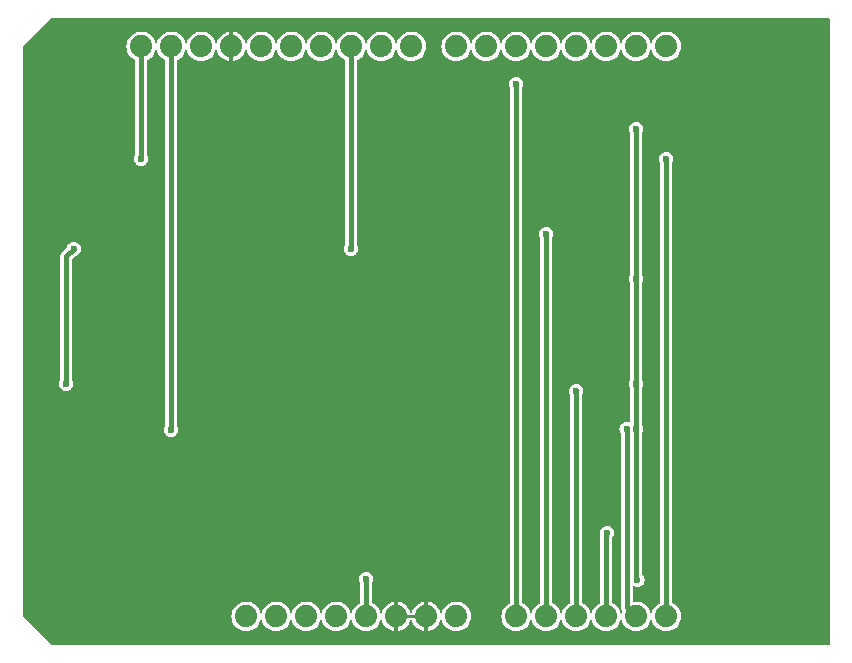
<source format=gbl>
%TF.GenerationSoftware,KiCad,Pcbnew,8.0.5*%
%TF.CreationDate,2024-10-24T20:07:57-06:00*%
%TF.ProjectId,Diorama_Controller,44696f72-616d-4615-9f43-6f6e74726f6c,v10*%
%TF.SameCoordinates,Original*%
%TF.FileFunction,Copper,L2,Bot*%
%TF.FilePolarity,Positive*%
%FSLAX46Y46*%
G04 Gerber Fmt 4.6, Leading zero omitted, Abs format (unit mm)*
G04 Created by KiCad (PCBNEW 8.0.5) date 2024-10-24 20:07:57*
%MOMM*%
%LPD*%
G01*
G04 APERTURE LIST*
%TA.AperFunction,ComponentPad*%
%ADD10C,1.879600*%
%TD*%
%TA.AperFunction,ViaPad*%
%ADD11C,0.600000*%
%TD*%
%TA.AperFunction,Conductor*%
%ADD12C,0.406400*%
%TD*%
G04 APERTURE END LIST*
D10*
%TO.P,B1,3.3V,3.3V*%
%TO.N,unconnected-(B1-Pad3.3V)*%
X26670000Y2540000D03*
%TO.P,B1,5V,5V*%
%TO.N,5V*%
X29210000Y2540000D03*
%TO.P,B1,A0,A0*%
%TO.N,BTN1*%
X41910000Y2540000D03*
%TO.P,B1,A1,A1*%
%TO.N,BTN2*%
X44450000Y2540000D03*
%TO.P,B1,A2,A2*%
%TO.N,BTN3*%
X46990000Y2540000D03*
%TO.P,B1,A3,A3*%
%TO.N,BTN4*%
X49530000Y2540000D03*
%TO.P,B1,A4/SDA,A4/SDA*%
%TO.N,BTN5*%
X12700000Y50800000D03*
X52070000Y2540000D03*
%TO.P,B1,A5/SCL,A5/SCL*%
%TO.N,unconnected-(B1-PadA5{slash}SCL)*%
X10160000Y50800000D03*
X54610000Y2540000D03*
%TO.P,B1,AREF,AREF*%
%TO.N,unconnected-(B1-PadAREF)*%
X15240000Y50800000D03*
%TO.P,B1,D0/TXO,D0/TXO*%
%TO.N,unconnected-(B1-PadD0{slash}TXO)*%
X54610000Y50800000D03*
%TO.P,B1,D1/RXI,D1/RXI*%
%TO.N,unconnected-(B1-PadD1{slash}RXI)*%
X52070000Y50800000D03*
%TO.P,B1,D2,D2*%
%TO.N,unconnected-(B1-PadD2)*%
X49530000Y50800000D03*
%TO.P,B1,D3,\u002AD3*%
%TO.N,unconnected-(B1-\u002AD3-PadD3)*%
X46990000Y50800000D03*
%TO.P,B1,D4,D4*%
%TO.N,unconnected-(B1-PadD4)*%
X44450000Y50800000D03*
%TO.P,B1,D5,\u002AD5*%
%TO.N,unconnected-(B1-\u002AD5-PadD5)*%
X41910000Y50800000D03*
%TO.P,B1,D6,\u002AD6*%
%TO.N,unconnected-(B1-\u002AD6-PadD6)*%
X39370000Y50800000D03*
%TO.P,B1,D7,D7*%
%TO.N,unconnected-(B1-PadD7)*%
X36830000Y50800000D03*
%TO.P,B1,D8,D8*%
%TO.N,unconnected-(B1-PadD8)*%
X33020000Y50800000D03*
%TO.P,B1,D9,\u002AD9*%
%TO.N,unconnected-(B1-\u002AD9-PadD9)*%
X30480000Y50800000D03*
%TO.P,B1,D10,\u002AD10*%
%TO.N,LED0*%
X27940000Y50800000D03*
%TO.P,B1,D11,\u002AD11/PICO*%
%TO.N,unconnected-(B1-\u002AD11{slash}PICO-PadD11)*%
X25400000Y50800000D03*
%TO.P,B1,D12,D12/POCI*%
%TO.N,unconnected-(B1-D12{slash}POCI-PadD12)*%
X22860000Y50800000D03*
%TO.P,B1,D13,D13/SCK*%
%TO.N,unconnected-(B1-D13{slash}SCK-PadD13)*%
X20320000Y50800000D03*
%TO.P,B1,GND,GND*%
%TO.N,GND*%
X17780000Y50800000D03*
X34290000Y2540000D03*
X31750000Y2540000D03*
%TO.P,B1,IOREF,IOREF*%
%TO.N,unconnected-(B1-PadIOREF)*%
X21590000Y2540000D03*
%TO.P,B1,NC,NC*%
%TO.N,unconnected-(B1-PadNC)*%
X19050000Y2540000D03*
%TO.P,B1,VIN,VIN*%
%TO.N,unconnected-(B1-PadVIN)*%
X36830000Y2540000D03*
%TO.P,B1,~{RESET},~{RESET}*%
%TO.N,unconnected-(B1-Pad~{RESET})*%
X24130000Y2540000D03*
%TD*%
D11*
%TO.N,5V*%
X3810000Y22225000D03*
X4445000Y33655000D03*
%TO.N,GND*%
X64770000Y45720000D03*
X64770000Y7620000D03*
X64770000Y20320000D03*
X64770000Y33020000D03*
X3810000Y20320000D03*
%TO.N,5V*%
X29210000Y5715000D03*
%TO.N,LED0*%
X27940000Y33655000D03*
%TO.N,BTN5*%
X12700000Y18330000D03*
%TO.N,unconnected-(B1-PadA5{slash}SCL)*%
X10160000Y41275000D03*
X54610000Y41275000D03*
%TO.N,BTN5*%
X51266797Y18415000D03*
%TO.N,BTN1*%
X41910000Y47625000D03*
%TO.N,BTN2*%
X44450000Y34925000D03*
%TO.N,BTN3*%
X46990000Y21590000D03*
%TO.N,BTN4*%
X49615000Y9610000D03*
%TO.N,5V*%
X52175000Y5610000D03*
X52070000Y18415000D03*
X52070000Y31115000D03*
X52070000Y43815000D03*
X52070000Y22225000D03*
%TD*%
D12*
%TO.N,5V*%
X4445000Y33655000D02*
X3810000Y33020000D01*
X3810000Y33020000D02*
X3810000Y22225000D01*
X29210000Y2540000D02*
X29210000Y5715000D01*
%TO.N,LED0*%
X27940000Y50800000D02*
X27940000Y33655000D01*
%TO.N,BTN5*%
X12700000Y50800000D02*
X12700000Y18330000D01*
%TO.N,unconnected-(B1-PadA5{slash}SCL)*%
X10160000Y50800000D02*
X10160000Y41275000D01*
X54610000Y2540000D02*
X54610000Y41275000D01*
%TO.N,BTN5*%
X51266797Y18415000D02*
X51266797Y3343203D01*
X51266797Y3343203D02*
X52070000Y2540000D01*
%TO.N,BTN1*%
X41910000Y47625000D02*
X41910000Y2540000D01*
%TO.N,BTN2*%
X44450000Y34925000D02*
X44450000Y2540000D01*
%TO.N,BTN3*%
X46990000Y2540000D02*
X46990000Y21590000D01*
%TO.N,BTN4*%
X49530000Y9525000D02*
X49615000Y9610000D01*
X49530000Y2540000D02*
X49530000Y9525000D01*
%TO.N,5V*%
X52070000Y18415000D02*
X52070000Y5715000D01*
X52070000Y5715000D02*
X52175000Y5610000D01*
X52070000Y18415000D02*
X52070000Y22225000D01*
X52070000Y31115000D02*
X52070000Y43815000D01*
X52070000Y22225000D02*
X52070000Y31115000D01*
%TD*%
%TA.AperFunction,Conductor*%
%TO.N,GND*%
G36*
X33038837Y2692000D02*
G01*
X33804808Y2692000D01*
X33782000Y2606880D01*
X33782000Y2473120D01*
X33804808Y2388000D01*
X33039555Y2388000D01*
X33022724Y2380152D01*
X33001165Y2388000D01*
X32235192Y2388000D01*
X32258000Y2473120D01*
X32258000Y2606880D01*
X32235192Y2692000D01*
X33000443Y2692000D01*
X33017272Y2699848D01*
X33038837Y2692000D01*
G37*
%TD.AperFunction*%
%TA.AperFunction,Conductor*%
G36*
X68434194Y53194194D02*
G01*
X68452500Y53150000D01*
X68452500Y190000D01*
X68434194Y145806D01*
X68390000Y127500D01*
X2618700Y127500D01*
X2574506Y145806D01*
X180309Y2540003D01*
X17800144Y2540003D01*
X17800144Y2539998D01*
X17819131Y2322969D01*
X17819134Y2322953D01*
X17875516Y2112535D01*
X17875522Y2112519D01*
X17967590Y1915076D01*
X17967592Y1915074D01*
X18092555Y1736607D01*
X18246606Y1582556D01*
X18311533Y1537094D01*
X18425072Y1457593D01*
X18425073Y1457593D01*
X18425075Y1457591D01*
X18572824Y1388696D01*
X18622524Y1365520D01*
X18622531Y1365519D01*
X18622534Y1365517D01*
X18832952Y1309135D01*
X18832958Y1309134D01*
X18832965Y1309132D01*
X18963186Y1297740D01*
X19049998Y1290144D01*
X19050000Y1290144D01*
X19050002Y1290144D01*
X19122345Y1296474D01*
X19267035Y1309132D01*
X19267044Y1309135D01*
X19267047Y1309135D01*
X19477465Y1365517D01*
X19477465Y1365518D01*
X19477476Y1365520D01*
X19674928Y1457593D01*
X19853392Y1582555D01*
X20007445Y1736608D01*
X20132407Y1915072D01*
X20224480Y2112524D01*
X20224602Y2112978D01*
X20259630Y2243703D01*
X20288750Y2281654D01*
X20336176Y2287897D01*
X20374127Y2258777D01*
X20380370Y2243703D01*
X20415516Y2112535D01*
X20415522Y2112519D01*
X20507590Y1915076D01*
X20507592Y1915074D01*
X20632555Y1736607D01*
X20786606Y1582556D01*
X20851533Y1537094D01*
X20965072Y1457593D01*
X20965073Y1457593D01*
X20965075Y1457591D01*
X21112824Y1388696D01*
X21162524Y1365520D01*
X21162531Y1365519D01*
X21162534Y1365517D01*
X21372952Y1309135D01*
X21372958Y1309134D01*
X21372965Y1309132D01*
X21503186Y1297740D01*
X21589998Y1290144D01*
X21590000Y1290144D01*
X21590002Y1290144D01*
X21662345Y1296474D01*
X21807035Y1309132D01*
X21807044Y1309135D01*
X21807047Y1309135D01*
X22017465Y1365517D01*
X22017465Y1365518D01*
X22017476Y1365520D01*
X22214928Y1457593D01*
X22393392Y1582555D01*
X22547445Y1736608D01*
X22672407Y1915072D01*
X22764480Y2112524D01*
X22764602Y2112978D01*
X22799630Y2243703D01*
X22828750Y2281654D01*
X22876176Y2287897D01*
X22914127Y2258777D01*
X22920370Y2243703D01*
X22955516Y2112535D01*
X22955522Y2112519D01*
X23047590Y1915076D01*
X23047592Y1915074D01*
X23172555Y1736607D01*
X23326606Y1582556D01*
X23391533Y1537094D01*
X23505072Y1457593D01*
X23505073Y1457593D01*
X23505075Y1457591D01*
X23652824Y1388696D01*
X23702524Y1365520D01*
X23702531Y1365519D01*
X23702534Y1365517D01*
X23912952Y1309135D01*
X23912958Y1309134D01*
X23912965Y1309132D01*
X24043186Y1297740D01*
X24129998Y1290144D01*
X24130000Y1290144D01*
X24130002Y1290144D01*
X24202345Y1296474D01*
X24347035Y1309132D01*
X24347044Y1309135D01*
X24347047Y1309135D01*
X24557465Y1365517D01*
X24557465Y1365518D01*
X24557476Y1365520D01*
X24754928Y1457593D01*
X24933392Y1582555D01*
X25087445Y1736608D01*
X25212407Y1915072D01*
X25304480Y2112524D01*
X25304602Y2112978D01*
X25339630Y2243703D01*
X25368750Y2281654D01*
X25416176Y2287897D01*
X25454127Y2258777D01*
X25460370Y2243703D01*
X25495516Y2112535D01*
X25495522Y2112519D01*
X25587590Y1915076D01*
X25587592Y1915074D01*
X25712555Y1736607D01*
X25866606Y1582556D01*
X25931533Y1537094D01*
X26045072Y1457593D01*
X26045073Y1457593D01*
X26045075Y1457591D01*
X26192824Y1388696D01*
X26242524Y1365520D01*
X26242531Y1365519D01*
X26242534Y1365517D01*
X26452952Y1309135D01*
X26452958Y1309134D01*
X26452965Y1309132D01*
X26583186Y1297740D01*
X26669998Y1290144D01*
X26670000Y1290144D01*
X26670002Y1290144D01*
X26742345Y1296474D01*
X26887035Y1309132D01*
X26887044Y1309135D01*
X26887047Y1309135D01*
X27097465Y1365517D01*
X27097465Y1365518D01*
X27097476Y1365520D01*
X27294928Y1457593D01*
X27473392Y1582555D01*
X27627445Y1736608D01*
X27752407Y1915072D01*
X27844480Y2112524D01*
X27844602Y2112978D01*
X27879630Y2243703D01*
X27908750Y2281654D01*
X27956176Y2287897D01*
X27994127Y2258777D01*
X28000370Y2243703D01*
X28035516Y2112535D01*
X28035522Y2112519D01*
X28127590Y1915076D01*
X28127592Y1915074D01*
X28252555Y1736607D01*
X28406606Y1582556D01*
X28471533Y1537094D01*
X28585072Y1457593D01*
X28585073Y1457593D01*
X28585075Y1457591D01*
X28732824Y1388696D01*
X28782524Y1365520D01*
X28782531Y1365519D01*
X28782534Y1365517D01*
X28992952Y1309135D01*
X28992958Y1309134D01*
X28992965Y1309132D01*
X29123186Y1297740D01*
X29209998Y1290144D01*
X29210000Y1290144D01*
X29210002Y1290144D01*
X29282345Y1296474D01*
X29427035Y1309132D01*
X29427044Y1309135D01*
X29427047Y1309135D01*
X29637465Y1365517D01*
X29637465Y1365518D01*
X29637476Y1365520D01*
X29834928Y1457593D01*
X30013392Y1582555D01*
X30167445Y1736608D01*
X30292407Y1915072D01*
X30384480Y2112524D01*
X30384603Y2112981D01*
X30415443Y2228080D01*
X30420302Y2246215D01*
X30449422Y2284164D01*
X30496848Y2290408D01*
X30534798Y2261288D01*
X30541042Y2246215D01*
X30576743Y2112978D01*
X30576748Y2112965D01*
X30668720Y1915728D01*
X30668722Y1915726D01*
X30793554Y1737446D01*
X30947445Y1583555D01*
X31125725Y1458723D01*
X31125727Y1458721D01*
X31322964Y1366749D01*
X31322980Y1366743D01*
X31533181Y1310419D01*
X31533190Y1310418D01*
X31598000Y1304748D01*
X31598000Y2054808D01*
X31683120Y2032000D01*
X31816880Y2032000D01*
X31902000Y2054808D01*
X31902000Y1304749D01*
X31966809Y1310418D01*
X31966818Y1310419D01*
X32177019Y1366743D01*
X32177035Y1366749D01*
X32374272Y1458721D01*
X32374274Y1458723D01*
X32552554Y1583555D01*
X32706445Y1737446D01*
X32831277Y1915726D01*
X32831279Y1915728D01*
X32923251Y2112965D01*
X32923257Y2112981D01*
X32959630Y2248724D01*
X32988750Y2286675D01*
X33036176Y2292918D01*
X33074127Y2263798D01*
X33080370Y2248724D01*
X33116742Y2112981D01*
X33116748Y2112965D01*
X33208720Y1915728D01*
X33208722Y1915726D01*
X33333554Y1737446D01*
X33487445Y1583555D01*
X33665725Y1458723D01*
X33665727Y1458721D01*
X33862964Y1366749D01*
X33862980Y1366743D01*
X34073181Y1310419D01*
X34073190Y1310418D01*
X34138000Y1304748D01*
X34138000Y2054808D01*
X34223120Y2032000D01*
X34356880Y2032000D01*
X34442000Y2054808D01*
X34442000Y1304749D01*
X34506809Y1310418D01*
X34506818Y1310419D01*
X34717019Y1366743D01*
X34717035Y1366749D01*
X34914272Y1458721D01*
X34914274Y1458723D01*
X35092554Y1583555D01*
X35246445Y1737446D01*
X35371277Y1915726D01*
X35371279Y1915728D01*
X35463251Y2112965D01*
X35463257Y2112981D01*
X35498957Y2246214D01*
X35528077Y2284165D01*
X35575503Y2290408D01*
X35613454Y2261288D01*
X35619697Y2246214D01*
X35655516Y2112535D01*
X35655522Y2112519D01*
X35747590Y1915076D01*
X35747592Y1915074D01*
X35872555Y1736607D01*
X36026606Y1582556D01*
X36091533Y1537094D01*
X36205072Y1457593D01*
X36205073Y1457593D01*
X36205075Y1457591D01*
X36352824Y1388696D01*
X36402524Y1365520D01*
X36402531Y1365519D01*
X36402534Y1365517D01*
X36612952Y1309135D01*
X36612958Y1309134D01*
X36612965Y1309132D01*
X36743186Y1297740D01*
X36829998Y1290144D01*
X36830000Y1290144D01*
X36830002Y1290144D01*
X36902345Y1296474D01*
X37047035Y1309132D01*
X37047044Y1309135D01*
X37047047Y1309135D01*
X37257465Y1365517D01*
X37257465Y1365518D01*
X37257476Y1365520D01*
X37454928Y1457593D01*
X37633392Y1582555D01*
X37787445Y1736608D01*
X37912407Y1915072D01*
X38004480Y2112524D01*
X38004602Y2112978D01*
X38060865Y2322953D01*
X38060865Y2322956D01*
X38060868Y2322965D01*
X38079856Y2540000D01*
X38079856Y2540003D01*
X40660144Y2540003D01*
X40660144Y2539998D01*
X40679131Y2322969D01*
X40679134Y2322953D01*
X40735516Y2112535D01*
X40735522Y2112519D01*
X40827590Y1915076D01*
X40827592Y1915074D01*
X40952555Y1736607D01*
X41106606Y1582556D01*
X41171533Y1537094D01*
X41285072Y1457593D01*
X41285073Y1457593D01*
X41285075Y1457591D01*
X41432824Y1388696D01*
X41482524Y1365520D01*
X41482531Y1365519D01*
X41482534Y1365517D01*
X41692952Y1309135D01*
X41692958Y1309134D01*
X41692965Y1309132D01*
X41823186Y1297740D01*
X41909998Y1290144D01*
X41910000Y1290144D01*
X41910002Y1290144D01*
X41982345Y1296474D01*
X42127035Y1309132D01*
X42127044Y1309135D01*
X42127047Y1309135D01*
X42337465Y1365517D01*
X42337465Y1365518D01*
X42337476Y1365520D01*
X42534928Y1457593D01*
X42713392Y1582555D01*
X42867445Y1736608D01*
X42992407Y1915072D01*
X43084480Y2112524D01*
X43084602Y2112978D01*
X43119630Y2243703D01*
X43148750Y2281654D01*
X43196176Y2287897D01*
X43234127Y2258777D01*
X43240370Y2243703D01*
X43275516Y2112535D01*
X43275522Y2112519D01*
X43367590Y1915076D01*
X43367592Y1915074D01*
X43492555Y1736607D01*
X43646606Y1582556D01*
X43711533Y1537094D01*
X43825072Y1457593D01*
X43825073Y1457593D01*
X43825075Y1457591D01*
X43972824Y1388696D01*
X44022524Y1365520D01*
X44022531Y1365519D01*
X44022534Y1365517D01*
X44232952Y1309135D01*
X44232958Y1309134D01*
X44232965Y1309132D01*
X44363186Y1297740D01*
X44449998Y1290144D01*
X44450000Y1290144D01*
X44450002Y1290144D01*
X44522345Y1296474D01*
X44667035Y1309132D01*
X44667044Y1309135D01*
X44667047Y1309135D01*
X44877465Y1365517D01*
X44877465Y1365518D01*
X44877476Y1365520D01*
X45074928Y1457593D01*
X45253392Y1582555D01*
X45407445Y1736608D01*
X45532407Y1915072D01*
X45624480Y2112524D01*
X45624602Y2112978D01*
X45659630Y2243703D01*
X45688750Y2281654D01*
X45736176Y2287897D01*
X45774127Y2258777D01*
X45780370Y2243703D01*
X45815516Y2112535D01*
X45815522Y2112519D01*
X45907590Y1915076D01*
X45907592Y1915074D01*
X46032555Y1736607D01*
X46186606Y1582556D01*
X46251533Y1537094D01*
X46365072Y1457593D01*
X46365073Y1457593D01*
X46365075Y1457591D01*
X46512824Y1388696D01*
X46562524Y1365520D01*
X46562531Y1365519D01*
X46562534Y1365517D01*
X46772952Y1309135D01*
X46772958Y1309134D01*
X46772965Y1309132D01*
X46903186Y1297740D01*
X46989998Y1290144D01*
X46990000Y1290144D01*
X46990002Y1290144D01*
X47062345Y1296474D01*
X47207035Y1309132D01*
X47207044Y1309135D01*
X47207047Y1309135D01*
X47417465Y1365517D01*
X47417465Y1365518D01*
X47417476Y1365520D01*
X47614928Y1457593D01*
X47793392Y1582555D01*
X47947445Y1736608D01*
X48072407Y1915072D01*
X48164480Y2112524D01*
X48164602Y2112978D01*
X48199630Y2243703D01*
X48228750Y2281654D01*
X48276176Y2287897D01*
X48314127Y2258777D01*
X48320370Y2243703D01*
X48355516Y2112535D01*
X48355522Y2112519D01*
X48447590Y1915076D01*
X48447592Y1915074D01*
X48572555Y1736607D01*
X48726606Y1582556D01*
X48791533Y1537094D01*
X48905072Y1457593D01*
X48905073Y1457593D01*
X48905075Y1457591D01*
X49052824Y1388696D01*
X49102524Y1365520D01*
X49102531Y1365519D01*
X49102534Y1365517D01*
X49312952Y1309135D01*
X49312958Y1309134D01*
X49312965Y1309132D01*
X49443186Y1297740D01*
X49529998Y1290144D01*
X49530000Y1290144D01*
X49530002Y1290144D01*
X49602345Y1296474D01*
X49747035Y1309132D01*
X49747044Y1309135D01*
X49747047Y1309135D01*
X49957465Y1365517D01*
X49957465Y1365518D01*
X49957476Y1365520D01*
X50154928Y1457593D01*
X50333392Y1582555D01*
X50487445Y1736608D01*
X50612407Y1915072D01*
X50704480Y2112524D01*
X50704602Y2112978D01*
X50739630Y2243703D01*
X50768750Y2281654D01*
X50816176Y2287897D01*
X50854127Y2258777D01*
X50860370Y2243703D01*
X50895516Y2112535D01*
X50895522Y2112519D01*
X50987590Y1915076D01*
X50987592Y1915074D01*
X51112555Y1736607D01*
X51266606Y1582556D01*
X51331533Y1537094D01*
X51445072Y1457593D01*
X51445073Y1457593D01*
X51445075Y1457591D01*
X51592824Y1388696D01*
X51642524Y1365520D01*
X51642531Y1365519D01*
X51642534Y1365517D01*
X51852952Y1309135D01*
X51852958Y1309134D01*
X51852965Y1309132D01*
X51983186Y1297740D01*
X52069998Y1290144D01*
X52070000Y1290144D01*
X52070002Y1290144D01*
X52142345Y1296474D01*
X52287035Y1309132D01*
X52287044Y1309135D01*
X52287047Y1309135D01*
X52497465Y1365517D01*
X52497465Y1365518D01*
X52497476Y1365520D01*
X52694928Y1457593D01*
X52873392Y1582555D01*
X53027445Y1736608D01*
X53152407Y1915072D01*
X53244480Y2112524D01*
X53244602Y2112978D01*
X53279630Y2243703D01*
X53308750Y2281654D01*
X53356176Y2287897D01*
X53394127Y2258777D01*
X53400370Y2243703D01*
X53435516Y2112535D01*
X53435522Y2112519D01*
X53527590Y1915076D01*
X53527592Y1915074D01*
X53652555Y1736607D01*
X53806606Y1582556D01*
X53871533Y1537094D01*
X53985072Y1457593D01*
X53985073Y1457593D01*
X53985075Y1457591D01*
X54132824Y1388696D01*
X54182524Y1365520D01*
X54182531Y1365519D01*
X54182534Y1365517D01*
X54392952Y1309135D01*
X54392958Y1309134D01*
X54392965Y1309132D01*
X54523186Y1297740D01*
X54609998Y1290144D01*
X54610000Y1290144D01*
X54610002Y1290144D01*
X54682345Y1296474D01*
X54827035Y1309132D01*
X54827044Y1309135D01*
X54827047Y1309135D01*
X55037465Y1365517D01*
X55037465Y1365518D01*
X55037476Y1365520D01*
X55234928Y1457593D01*
X55413392Y1582555D01*
X55567445Y1736608D01*
X55692407Y1915072D01*
X55784480Y2112524D01*
X55784602Y2112978D01*
X55840865Y2322953D01*
X55840865Y2322956D01*
X55840868Y2322965D01*
X55859856Y2540000D01*
X55840868Y2757035D01*
X55831471Y2792104D01*
X55784483Y2967466D01*
X55784481Y2967469D01*
X55784480Y2967476D01*
X55761304Y3017176D01*
X55692409Y3164925D01*
X55692407Y3164927D01*
X55692407Y3164928D01*
X55567445Y3343392D01*
X55567444Y3343394D01*
X55413393Y3497445D01*
X55236540Y3621278D01*
X55234928Y3622407D01*
X55234926Y3622408D01*
X55234927Y3622408D01*
X55154586Y3659872D01*
X55122269Y3695140D01*
X55118500Y3716516D01*
X55118500Y40922161D01*
X55131416Y40960209D01*
X55131678Y40960551D01*
X55138728Y40969738D01*
X55199720Y41116985D01*
X55220523Y41275000D01*
X55199720Y41433015D01*
X55138728Y41580261D01*
X55041705Y41706705D01*
X55041703Y41706706D01*
X55041703Y41706707D01*
X54915262Y41803728D01*
X54915259Y41803730D01*
X54768018Y41864719D01*
X54768008Y41864722D01*
X54610002Y41885523D01*
X54609998Y41885523D01*
X54451991Y41864722D01*
X54451981Y41864719D01*
X54304741Y41803730D01*
X54304738Y41803728D01*
X54178295Y41706705D01*
X54081272Y41580262D01*
X54081270Y41580259D01*
X54020281Y41433019D01*
X54020278Y41433009D01*
X53999477Y41275002D01*
X53999477Y41274999D01*
X54020278Y41116992D01*
X54020279Y41116989D01*
X54020280Y41116985D01*
X54081271Y40969741D01*
X54081272Y40969738D01*
X54088584Y40960209D01*
X54101500Y40922161D01*
X54101500Y3716516D01*
X54083194Y3672322D01*
X54065414Y3659872D01*
X53985072Y3622408D01*
X53806606Y3497445D01*
X53652555Y3343394D01*
X53527592Y3164927D01*
X53527590Y3164925D01*
X53435522Y2967482D01*
X53435516Y2967466D01*
X53400370Y2836298D01*
X53371250Y2798347D01*
X53323824Y2792104D01*
X53285873Y2821224D01*
X53279630Y2836298D01*
X53244483Y2967466D01*
X53244481Y2967469D01*
X53244480Y2967476D01*
X53221304Y3017176D01*
X53152409Y3164925D01*
X53152407Y3164927D01*
X53152407Y3164928D01*
X53027445Y3343392D01*
X53027444Y3343394D01*
X52873393Y3497445D01*
X52696540Y3621278D01*
X52694928Y3622407D01*
X52694926Y3622408D01*
X52694924Y3622410D01*
X52497481Y3714478D01*
X52497465Y3714484D01*
X52287047Y3770866D01*
X52287031Y3770869D01*
X52070002Y3789856D01*
X52069998Y3789856D01*
X51852968Y3770869D01*
X51850272Y3770393D01*
X51850049Y3771653D01*
X51806540Y3777386D01*
X51777425Y3815340D01*
X51775297Y3831509D01*
X51775297Y5027545D01*
X51793603Y5071739D01*
X51837797Y5090045D01*
X51865825Y5082532D01*
X51865953Y5082840D01*
X51868297Y5081869D01*
X51869058Y5081665D01*
X51869732Y5081277D01*
X51869738Y5081272D01*
X52016985Y5020280D01*
X52016989Y5020280D01*
X52016991Y5020279D01*
X52174998Y4999477D01*
X52175000Y4999477D01*
X52175002Y4999477D01*
X52333008Y5020279D01*
X52333008Y5020280D01*
X52333015Y5020280D01*
X52480262Y5081272D01*
X52606705Y5178295D01*
X52703728Y5304738D01*
X52764720Y5451985D01*
X52764721Y5451992D01*
X52785523Y5609999D01*
X52785523Y5610002D01*
X52764721Y5768009D01*
X52764720Y5768011D01*
X52764720Y5768015D01*
X52703728Y5915261D01*
X52606705Y6041705D01*
X52606704Y6041706D01*
X52606703Y6041707D01*
X52602951Y6044586D01*
X52579034Y6086013D01*
X52578500Y6094169D01*
X52578500Y18062161D01*
X52591416Y18100209D01*
X52591678Y18100551D01*
X52598728Y18109738D01*
X52659720Y18256985D01*
X52659721Y18256992D01*
X52680523Y18414999D01*
X52680523Y18415002D01*
X52659721Y18573009D01*
X52659720Y18573011D01*
X52659720Y18573015D01*
X52614229Y18682839D01*
X52598730Y18720258D01*
X52591413Y18729794D01*
X52578500Y18767839D01*
X52578500Y21872161D01*
X52591416Y21910209D01*
X52591678Y21910551D01*
X52598728Y21919738D01*
X52659720Y22066985D01*
X52680523Y22225000D01*
X52659720Y22383015D01*
X52640701Y22428929D01*
X52598730Y22530258D01*
X52591413Y22539794D01*
X52578500Y22577839D01*
X52578500Y30762161D01*
X52591416Y30800209D01*
X52591678Y30800551D01*
X52598728Y30809738D01*
X52659720Y30956985D01*
X52680523Y31115000D01*
X52659720Y31273015D01*
X52640701Y31318929D01*
X52598730Y31420258D01*
X52591413Y31429794D01*
X52578500Y31467839D01*
X52578500Y43462161D01*
X52591416Y43500209D01*
X52591678Y43500551D01*
X52598728Y43509738D01*
X52659720Y43656985D01*
X52680523Y43815000D01*
X52659720Y43973015D01*
X52598728Y44120261D01*
X52501705Y44246705D01*
X52501703Y44246706D01*
X52501703Y44246707D01*
X52375262Y44343728D01*
X52375259Y44343730D01*
X52228018Y44404719D01*
X52228008Y44404722D01*
X52070002Y44425523D01*
X52069998Y44425523D01*
X51911991Y44404722D01*
X51911981Y44404719D01*
X51764741Y44343730D01*
X51764738Y44343728D01*
X51638295Y44246705D01*
X51541272Y44120262D01*
X51541270Y44120259D01*
X51480281Y43973019D01*
X51480278Y43973009D01*
X51459477Y43815002D01*
X51459477Y43814999D01*
X51480278Y43656992D01*
X51480279Y43656989D01*
X51480280Y43656985D01*
X51541272Y43509738D01*
X51548584Y43500209D01*
X51561500Y43462161D01*
X51561500Y31467839D01*
X51548587Y31429794D01*
X51541269Y31420258D01*
X51480281Y31273019D01*
X51480278Y31273009D01*
X51459477Y31115002D01*
X51459477Y31114999D01*
X51480278Y30956992D01*
X51480279Y30956989D01*
X51480280Y30956985D01*
X51541272Y30809738D01*
X51548584Y30800209D01*
X51561500Y30762161D01*
X51561500Y22577839D01*
X51548587Y22539794D01*
X51541269Y22530258D01*
X51480281Y22383019D01*
X51480278Y22383009D01*
X51459477Y22225002D01*
X51459477Y22224999D01*
X51480278Y22066992D01*
X51480279Y22066989D01*
X51480280Y22066985D01*
X51499035Y22021707D01*
X51541272Y21919738D01*
X51548584Y21910209D01*
X51561500Y21872161D01*
X51561500Y19041640D01*
X51543194Y18997446D01*
X51499000Y18979140D01*
X51475083Y18983897D01*
X51424812Y19004720D01*
X51424810Y19004721D01*
X51424805Y19004722D01*
X51266799Y19025523D01*
X51266795Y19025523D01*
X51108788Y19004722D01*
X51108778Y19004719D01*
X50961538Y18943730D01*
X50961535Y18943728D01*
X50835092Y18846705D01*
X50738069Y18720262D01*
X50738067Y18720259D01*
X50677078Y18573019D01*
X50677075Y18573009D01*
X50656274Y18415002D01*
X50656274Y18414999D01*
X50677075Y18256992D01*
X50677076Y18256989D01*
X50677077Y18256985D01*
X50712287Y18171982D01*
X50738069Y18109738D01*
X50745381Y18100209D01*
X50758297Y18062161D01*
X50758297Y3276260D01*
X50758298Y3276252D01*
X50792948Y3146933D01*
X50792952Y3146924D01*
X50859893Y3030980D01*
X50859899Y3030972D01*
X50875894Y3014978D01*
X50894201Y2970785D01*
X50892071Y2954607D01*
X50860370Y2836298D01*
X50831250Y2798347D01*
X50783824Y2792104D01*
X50745873Y2821224D01*
X50739630Y2836298D01*
X50704483Y2967466D01*
X50704481Y2967469D01*
X50704480Y2967476D01*
X50681304Y3017176D01*
X50612409Y3164925D01*
X50612407Y3164927D01*
X50612407Y3164928D01*
X50487445Y3343392D01*
X50487444Y3343394D01*
X50333393Y3497445D01*
X50156540Y3621278D01*
X50154928Y3622407D01*
X50154926Y3622408D01*
X50154927Y3622408D01*
X50074586Y3659872D01*
X50042269Y3695140D01*
X50038500Y3716516D01*
X50038500Y9146387D01*
X50051416Y9184435D01*
X50143727Y9304737D01*
X50143726Y9304737D01*
X50143728Y9304738D01*
X50204720Y9451985D01*
X50225523Y9610000D01*
X50204720Y9768015D01*
X50143728Y9915261D01*
X50046705Y10041705D01*
X50046703Y10041706D01*
X50046703Y10041707D01*
X49920262Y10138728D01*
X49920259Y10138730D01*
X49773018Y10199719D01*
X49773008Y10199722D01*
X49615002Y10220523D01*
X49614998Y10220523D01*
X49456991Y10199722D01*
X49456981Y10199719D01*
X49309741Y10138730D01*
X49309738Y10138728D01*
X49183295Y10041705D01*
X49086272Y9915262D01*
X49086270Y9915259D01*
X49025281Y9768019D01*
X49025278Y9768009D01*
X49004477Y9610002D01*
X49004477Y9609999D01*
X49020965Y9484762D01*
X49021500Y9476604D01*
X49021500Y3716516D01*
X49003194Y3672322D01*
X48985414Y3659872D01*
X48905072Y3622408D01*
X48726606Y3497445D01*
X48572555Y3343394D01*
X48447592Y3164927D01*
X48447590Y3164925D01*
X48355522Y2967482D01*
X48355516Y2967466D01*
X48320370Y2836298D01*
X48291250Y2798347D01*
X48243824Y2792104D01*
X48205873Y2821224D01*
X48199630Y2836298D01*
X48164483Y2967466D01*
X48164481Y2967469D01*
X48164480Y2967476D01*
X48141304Y3017176D01*
X48072409Y3164925D01*
X48072407Y3164927D01*
X48072407Y3164928D01*
X47947445Y3343392D01*
X47947444Y3343394D01*
X47793393Y3497445D01*
X47616540Y3621278D01*
X47614928Y3622407D01*
X47614926Y3622408D01*
X47614927Y3622408D01*
X47534586Y3659872D01*
X47502269Y3695140D01*
X47498500Y3716516D01*
X47498500Y21237161D01*
X47511416Y21275209D01*
X47511678Y21275551D01*
X47518728Y21284738D01*
X47579720Y21431985D01*
X47600523Y21590000D01*
X47579720Y21748015D01*
X47539058Y21846179D01*
X47518729Y21895259D01*
X47518727Y21895262D01*
X47421703Y22021707D01*
X47295262Y22118728D01*
X47295259Y22118730D01*
X47148018Y22179719D01*
X47148008Y22179722D01*
X46990002Y22200523D01*
X46989998Y22200523D01*
X46831991Y22179722D01*
X46831981Y22179719D01*
X46684741Y22118730D01*
X46684738Y22118728D01*
X46558295Y22021705D01*
X46461272Y21895262D01*
X46461270Y21895259D01*
X46400281Y21748019D01*
X46400278Y21748009D01*
X46379477Y21590002D01*
X46379477Y21589999D01*
X46400278Y21431992D01*
X46400279Y21431989D01*
X46400280Y21431985D01*
X46461272Y21284738D01*
X46468584Y21275209D01*
X46481500Y21237161D01*
X46481500Y3716516D01*
X46463194Y3672322D01*
X46445414Y3659872D01*
X46365072Y3622408D01*
X46186606Y3497445D01*
X46032555Y3343394D01*
X45907592Y3164927D01*
X45907590Y3164925D01*
X45815522Y2967482D01*
X45815516Y2967466D01*
X45780370Y2836298D01*
X45751250Y2798347D01*
X45703824Y2792104D01*
X45665873Y2821224D01*
X45659630Y2836298D01*
X45624483Y2967466D01*
X45624481Y2967469D01*
X45624480Y2967476D01*
X45601304Y3017176D01*
X45532409Y3164925D01*
X45532407Y3164927D01*
X45532407Y3164928D01*
X45407445Y3343392D01*
X45407444Y3343394D01*
X45253393Y3497445D01*
X45076540Y3621278D01*
X45074928Y3622407D01*
X45074926Y3622408D01*
X45074927Y3622408D01*
X44994586Y3659872D01*
X44962269Y3695140D01*
X44958500Y3716516D01*
X44958500Y34572161D01*
X44971416Y34610209D01*
X44971678Y34610551D01*
X44978728Y34619738D01*
X45039720Y34766985D01*
X45060523Y34925000D01*
X45039720Y35083015D01*
X44978728Y35230261D01*
X44881705Y35356705D01*
X44881703Y35356706D01*
X44881703Y35356707D01*
X44755262Y35453728D01*
X44755259Y35453730D01*
X44608018Y35514719D01*
X44608008Y35514722D01*
X44450002Y35535523D01*
X44449998Y35535523D01*
X44291991Y35514722D01*
X44291981Y35514719D01*
X44144741Y35453730D01*
X44144738Y35453728D01*
X44018295Y35356705D01*
X43921272Y35230262D01*
X43921270Y35230259D01*
X43860281Y35083019D01*
X43860278Y35083009D01*
X43839477Y34925002D01*
X43839477Y34924999D01*
X43860278Y34766992D01*
X43860279Y34766989D01*
X43860280Y34766985D01*
X43921272Y34619738D01*
X43928584Y34610209D01*
X43941500Y34572161D01*
X43941500Y3716516D01*
X43923194Y3672322D01*
X43905414Y3659872D01*
X43825072Y3622408D01*
X43646606Y3497445D01*
X43492555Y3343394D01*
X43367592Y3164927D01*
X43367590Y3164925D01*
X43275522Y2967482D01*
X43275516Y2967466D01*
X43240370Y2836298D01*
X43211250Y2798347D01*
X43163824Y2792104D01*
X43125873Y2821224D01*
X43119630Y2836298D01*
X43084483Y2967466D01*
X43084481Y2967469D01*
X43084480Y2967476D01*
X43061304Y3017176D01*
X42992409Y3164925D01*
X42992407Y3164927D01*
X42992407Y3164928D01*
X42867445Y3343392D01*
X42867444Y3343394D01*
X42713393Y3497445D01*
X42536540Y3621278D01*
X42534928Y3622407D01*
X42534926Y3622408D01*
X42534927Y3622408D01*
X42454586Y3659872D01*
X42422269Y3695140D01*
X42418500Y3716516D01*
X42418500Y47272161D01*
X42431416Y47310209D01*
X42431678Y47310551D01*
X42438728Y47319738D01*
X42499720Y47466985D01*
X42520523Y47625000D01*
X42499720Y47783015D01*
X42438728Y47930261D01*
X42341705Y48056705D01*
X42341703Y48056706D01*
X42341703Y48056707D01*
X42215262Y48153728D01*
X42215259Y48153730D01*
X42068018Y48214719D01*
X42068008Y48214722D01*
X41910002Y48235523D01*
X41909998Y48235523D01*
X41751991Y48214722D01*
X41751981Y48214719D01*
X41604741Y48153730D01*
X41604738Y48153728D01*
X41478295Y48056705D01*
X41381272Y47930262D01*
X41381270Y47930259D01*
X41320281Y47783019D01*
X41320278Y47783009D01*
X41299477Y47625002D01*
X41299477Y47624999D01*
X41320278Y47466992D01*
X41320279Y47466989D01*
X41320280Y47466985D01*
X41381272Y47319738D01*
X41388584Y47310209D01*
X41401500Y47272161D01*
X41401500Y3716516D01*
X41383194Y3672322D01*
X41365414Y3659872D01*
X41285072Y3622408D01*
X41106606Y3497445D01*
X40952555Y3343394D01*
X40827592Y3164927D01*
X40827590Y3164925D01*
X40735522Y2967482D01*
X40735516Y2967466D01*
X40679134Y2757048D01*
X40679131Y2757032D01*
X40660144Y2540003D01*
X38079856Y2540003D01*
X38060868Y2757035D01*
X38051471Y2792104D01*
X38004483Y2967466D01*
X38004481Y2967469D01*
X38004480Y2967476D01*
X37981304Y3017176D01*
X37912409Y3164925D01*
X37912407Y3164927D01*
X37912407Y3164928D01*
X37787445Y3343392D01*
X37787444Y3343394D01*
X37633393Y3497445D01*
X37456540Y3621278D01*
X37454928Y3622407D01*
X37454926Y3622408D01*
X37454924Y3622410D01*
X37257481Y3714478D01*
X37257465Y3714484D01*
X37047047Y3770866D01*
X37047031Y3770869D01*
X36830002Y3789856D01*
X36829998Y3789856D01*
X36612968Y3770869D01*
X36612952Y3770866D01*
X36402534Y3714484D01*
X36402518Y3714478D01*
X36205075Y3622410D01*
X36205073Y3622408D01*
X36026606Y3497445D01*
X35872555Y3343394D01*
X35747592Y3164927D01*
X35747590Y3164925D01*
X35655522Y2967482D01*
X35655517Y2967469D01*
X35619697Y2833786D01*
X35590577Y2795836D01*
X35543150Y2789593D01*
X35505200Y2818713D01*
X35498957Y2833787D01*
X35463255Y2967027D01*
X35463254Y2967029D01*
X35371277Y3164275D01*
X35246445Y3342555D01*
X35092554Y3496446D01*
X34914274Y3621278D01*
X34914272Y3621280D01*
X34717035Y3713252D01*
X34717019Y3713258D01*
X34506821Y3769581D01*
X34506805Y3769584D01*
X34442000Y3775254D01*
X34442000Y3025193D01*
X34356880Y3048000D01*
X34223120Y3048000D01*
X34138000Y3025193D01*
X34138000Y3775254D01*
X34073194Y3769584D01*
X34073178Y3769581D01*
X33862973Y3713256D01*
X33862971Y3713255D01*
X33665725Y3621278D01*
X33487445Y3496446D01*
X33333554Y3342555D01*
X33208722Y3164275D01*
X33116745Y2967029D01*
X33080370Y2831276D01*
X33051250Y2793326D01*
X33003823Y2787083D01*
X32965873Y2816203D01*
X32959630Y2831276D01*
X32923254Y2967029D01*
X32831277Y3164275D01*
X32706445Y3342555D01*
X32552554Y3496446D01*
X32374274Y3621278D01*
X32374272Y3621280D01*
X32177035Y3713252D01*
X32177019Y3713258D01*
X31966821Y3769581D01*
X31966805Y3769584D01*
X31902000Y3775254D01*
X31902000Y3025193D01*
X31816880Y3048000D01*
X31683120Y3048000D01*
X31598000Y3025193D01*
X31598000Y3775254D01*
X31533194Y3769584D01*
X31533178Y3769581D01*
X31322973Y3713256D01*
X31322971Y3713255D01*
X31125725Y3621278D01*
X30947445Y3496446D01*
X30793554Y3342555D01*
X30668722Y3164275D01*
X30576745Y2967029D01*
X30541042Y2833786D01*
X30511922Y2795836D01*
X30464495Y2789593D01*
X30426545Y2818713D01*
X30420302Y2833787D01*
X30384483Y2967466D01*
X30384481Y2967469D01*
X30384480Y2967476D01*
X30361304Y3017176D01*
X30292409Y3164925D01*
X30292407Y3164927D01*
X30292407Y3164928D01*
X30167445Y3343392D01*
X30167444Y3343394D01*
X30013393Y3497445D01*
X29836540Y3621278D01*
X29834928Y3622407D01*
X29834926Y3622408D01*
X29834927Y3622408D01*
X29754586Y3659872D01*
X29722269Y3695140D01*
X29718500Y3716516D01*
X29718500Y5362161D01*
X29731416Y5400209D01*
X29731678Y5400551D01*
X29738728Y5409738D01*
X29799720Y5556985D01*
X29820523Y5715000D01*
X29813544Y5768009D01*
X29799721Y5873009D01*
X29799720Y5873011D01*
X29799720Y5873015D01*
X29738728Y6020261D01*
X29641705Y6146705D01*
X29641703Y6146706D01*
X29641703Y6146707D01*
X29515262Y6243728D01*
X29515259Y6243730D01*
X29368018Y6304719D01*
X29368008Y6304722D01*
X29210002Y6325523D01*
X29209998Y6325523D01*
X29051991Y6304722D01*
X29051981Y6304719D01*
X28904741Y6243730D01*
X28904738Y6243728D01*
X28778295Y6146705D01*
X28681272Y6020262D01*
X28681270Y6020259D01*
X28620281Y5873019D01*
X28620278Y5873009D01*
X28599477Y5715002D01*
X28599477Y5714999D01*
X28620278Y5556992D01*
X28620279Y5556989D01*
X28620280Y5556985D01*
X28663770Y5451992D01*
X28681272Y5409738D01*
X28688584Y5400209D01*
X28701500Y5362161D01*
X28701500Y3716516D01*
X28683194Y3672322D01*
X28665414Y3659872D01*
X28585072Y3622408D01*
X28406606Y3497445D01*
X28252555Y3343394D01*
X28127592Y3164927D01*
X28127590Y3164925D01*
X28035522Y2967482D01*
X28035516Y2967466D01*
X28000370Y2836298D01*
X27971250Y2798347D01*
X27923824Y2792104D01*
X27885873Y2821224D01*
X27879630Y2836298D01*
X27844483Y2967466D01*
X27844481Y2967469D01*
X27844480Y2967476D01*
X27821304Y3017176D01*
X27752409Y3164925D01*
X27752407Y3164927D01*
X27752407Y3164928D01*
X27627445Y3343392D01*
X27627444Y3343394D01*
X27473393Y3497445D01*
X27296540Y3621278D01*
X27294928Y3622407D01*
X27294926Y3622408D01*
X27294924Y3622410D01*
X27097481Y3714478D01*
X27097465Y3714484D01*
X26887047Y3770866D01*
X26887031Y3770869D01*
X26670002Y3789856D01*
X26669998Y3789856D01*
X26452968Y3770869D01*
X26452952Y3770866D01*
X26242534Y3714484D01*
X26242518Y3714478D01*
X26045075Y3622410D01*
X26045073Y3622408D01*
X25866606Y3497445D01*
X25712555Y3343394D01*
X25587592Y3164927D01*
X25587590Y3164925D01*
X25495522Y2967482D01*
X25495516Y2967466D01*
X25460370Y2836298D01*
X25431250Y2798347D01*
X25383824Y2792104D01*
X25345873Y2821224D01*
X25339630Y2836298D01*
X25304483Y2967466D01*
X25304481Y2967469D01*
X25304480Y2967476D01*
X25281304Y3017176D01*
X25212409Y3164925D01*
X25212407Y3164927D01*
X25212407Y3164928D01*
X25087445Y3343392D01*
X25087444Y3343394D01*
X24933393Y3497445D01*
X24756540Y3621278D01*
X24754928Y3622407D01*
X24754926Y3622408D01*
X24754924Y3622410D01*
X24557481Y3714478D01*
X24557465Y3714484D01*
X24347047Y3770866D01*
X24347031Y3770869D01*
X24130002Y3789856D01*
X24129998Y3789856D01*
X23912968Y3770869D01*
X23912952Y3770866D01*
X23702534Y3714484D01*
X23702518Y3714478D01*
X23505075Y3622410D01*
X23505073Y3622408D01*
X23326606Y3497445D01*
X23172555Y3343394D01*
X23047592Y3164927D01*
X23047590Y3164925D01*
X22955522Y2967482D01*
X22955516Y2967466D01*
X22920370Y2836298D01*
X22891250Y2798347D01*
X22843824Y2792104D01*
X22805873Y2821224D01*
X22799630Y2836298D01*
X22764483Y2967466D01*
X22764481Y2967469D01*
X22764480Y2967476D01*
X22741304Y3017176D01*
X22672409Y3164925D01*
X22672407Y3164927D01*
X22672407Y3164928D01*
X22547445Y3343392D01*
X22547444Y3343394D01*
X22393393Y3497445D01*
X22216540Y3621278D01*
X22214928Y3622407D01*
X22214926Y3622408D01*
X22214924Y3622410D01*
X22017481Y3714478D01*
X22017465Y3714484D01*
X21807047Y3770866D01*
X21807031Y3770869D01*
X21590002Y3789856D01*
X21589998Y3789856D01*
X21372968Y3770869D01*
X21372952Y3770866D01*
X21162534Y3714484D01*
X21162518Y3714478D01*
X20965075Y3622410D01*
X20965073Y3622408D01*
X20786606Y3497445D01*
X20632555Y3343394D01*
X20507592Y3164927D01*
X20507590Y3164925D01*
X20415522Y2967482D01*
X20415516Y2967466D01*
X20380370Y2836298D01*
X20351250Y2798347D01*
X20303824Y2792104D01*
X20265873Y2821224D01*
X20259630Y2836298D01*
X20224483Y2967466D01*
X20224481Y2967469D01*
X20224480Y2967476D01*
X20201304Y3017176D01*
X20132409Y3164925D01*
X20132407Y3164927D01*
X20132407Y3164928D01*
X20007445Y3343392D01*
X20007444Y3343394D01*
X19853393Y3497445D01*
X19676540Y3621278D01*
X19674928Y3622407D01*
X19674926Y3622408D01*
X19674924Y3622410D01*
X19477481Y3714478D01*
X19477465Y3714484D01*
X19267047Y3770866D01*
X19267031Y3770869D01*
X19050002Y3789856D01*
X19049998Y3789856D01*
X18832968Y3770869D01*
X18832952Y3770866D01*
X18622534Y3714484D01*
X18622518Y3714478D01*
X18425075Y3622410D01*
X18425073Y3622408D01*
X18246606Y3497445D01*
X18092555Y3343394D01*
X17967592Y3164927D01*
X17967590Y3164925D01*
X17875522Y2967482D01*
X17875516Y2967466D01*
X17819134Y2757048D01*
X17819131Y2757032D01*
X17800144Y2540003D01*
X180309Y2540003D01*
X145806Y2574506D01*
X127500Y2618700D01*
X127500Y22225002D01*
X3199477Y22225002D01*
X3199477Y22224999D01*
X3220278Y22066992D01*
X3220281Y22066982D01*
X3281270Y21919741D01*
X3281272Y21919738D01*
X3378294Y21793295D01*
X3437300Y21748019D01*
X3504738Y21696272D01*
X3651985Y21635280D01*
X3651989Y21635280D01*
X3651991Y21635279D01*
X3809998Y21614477D01*
X3810000Y21614477D01*
X3810002Y21614477D01*
X3968008Y21635279D01*
X3968008Y21635280D01*
X3968015Y21635280D01*
X4115262Y21696272D01*
X4241705Y21793295D01*
X4338728Y21919738D01*
X4399720Y22066985D01*
X4420523Y22225000D01*
X4399720Y22383015D01*
X4380701Y22428929D01*
X4338730Y22530258D01*
X4331413Y22539794D01*
X4318500Y22577839D01*
X4318500Y32783485D01*
X4336806Y32827679D01*
X4555068Y33045942D01*
X4591103Y33063712D01*
X4603015Y33065280D01*
X4750262Y33126272D01*
X4876705Y33223295D01*
X4973728Y33349738D01*
X5034720Y33496985D01*
X5055523Y33655000D01*
X5034720Y33813015D01*
X4973728Y33960261D01*
X4876705Y34086705D01*
X4876703Y34086706D01*
X4876703Y34086707D01*
X4750262Y34183728D01*
X4750259Y34183730D01*
X4603018Y34244719D01*
X4603008Y34244722D01*
X4445002Y34265523D01*
X4444998Y34265523D01*
X4286991Y34244722D01*
X4286981Y34244719D01*
X4139741Y34183730D01*
X4139738Y34183728D01*
X4013295Y34086705D01*
X3916272Y33960262D01*
X3916270Y33960259D01*
X3855281Y33813020D01*
X3855280Y33813018D01*
X3853711Y33801101D01*
X3835940Y33765070D01*
X3403103Y33332233D01*
X3403098Y33332227D01*
X3354526Y33248098D01*
X3336154Y33216278D01*
X3336151Y33216271D01*
X3301501Y33086952D01*
X3301500Y33086944D01*
X3301500Y22577839D01*
X3288587Y22539794D01*
X3281269Y22530258D01*
X3220281Y22383019D01*
X3220278Y22383009D01*
X3199477Y22225002D01*
X127500Y22225002D01*
X127500Y50721300D01*
X145806Y50765494D01*
X180315Y50800003D01*
X8910144Y50800003D01*
X8910144Y50799998D01*
X8929131Y50582969D01*
X8929134Y50582953D01*
X8985516Y50372535D01*
X8985522Y50372519D01*
X9077590Y50175076D01*
X9077592Y50175074D01*
X9202555Y49996607D01*
X9356606Y49842556D01*
X9428066Y49792520D01*
X9535072Y49717593D01*
X9615415Y49680129D01*
X9647731Y49644863D01*
X9651500Y49623486D01*
X9651500Y41627839D01*
X9638587Y41589794D01*
X9631269Y41580258D01*
X9570281Y41433019D01*
X9570278Y41433009D01*
X9549477Y41275002D01*
X9549477Y41274999D01*
X9570278Y41116992D01*
X9570281Y41116982D01*
X9631270Y40969741D01*
X9631272Y40969738D01*
X9728294Y40843295D01*
X9825317Y40768848D01*
X9854738Y40746272D01*
X10001985Y40685280D01*
X10001989Y40685280D01*
X10001991Y40685279D01*
X10159998Y40664477D01*
X10160000Y40664477D01*
X10160002Y40664477D01*
X10318008Y40685279D01*
X10318008Y40685280D01*
X10318015Y40685280D01*
X10465262Y40746272D01*
X10591705Y40843295D01*
X10688728Y40969738D01*
X10749720Y41116985D01*
X10770523Y41275000D01*
X10749720Y41433015D01*
X10730701Y41478929D01*
X10688730Y41580258D01*
X10681413Y41589794D01*
X10668500Y41627839D01*
X10668500Y49623486D01*
X10686806Y49667680D01*
X10704580Y49680127D01*
X10784928Y49717593D01*
X10963392Y49842555D01*
X11117445Y49996608D01*
X11242407Y50175072D01*
X11334480Y50372524D01*
X11334602Y50372978D01*
X11369630Y50503703D01*
X11398750Y50541654D01*
X11446176Y50547897D01*
X11484127Y50518777D01*
X11490370Y50503703D01*
X11525516Y50372535D01*
X11525522Y50372519D01*
X11617590Y50175076D01*
X11617592Y50175074D01*
X11742555Y49996607D01*
X11896606Y49842556D01*
X11968066Y49792520D01*
X12075072Y49717593D01*
X12155415Y49680129D01*
X12187731Y49644863D01*
X12191500Y49623486D01*
X12191500Y18682839D01*
X12178587Y18644794D01*
X12171269Y18635258D01*
X12110281Y18488019D01*
X12110278Y18488009D01*
X12089477Y18330002D01*
X12089477Y18329999D01*
X12110278Y18171992D01*
X12110281Y18171982D01*
X12171270Y18024741D01*
X12171272Y18024738D01*
X12268294Y17898295D01*
X12365317Y17823848D01*
X12394738Y17801272D01*
X12541985Y17740280D01*
X12541989Y17740280D01*
X12541991Y17740279D01*
X12699998Y17719477D01*
X12700000Y17719477D01*
X12700002Y17719477D01*
X12858008Y17740279D01*
X12858008Y17740280D01*
X12858015Y17740280D01*
X13005262Y17801272D01*
X13131705Y17898295D01*
X13228728Y18024738D01*
X13289720Y18171985D01*
X13289721Y18171992D01*
X13310523Y18329999D01*
X13310523Y18330002D01*
X13289721Y18488009D01*
X13289720Y18488011D01*
X13289720Y18488015D01*
X13254514Y18573009D01*
X13228730Y18635258D01*
X13221413Y18644794D01*
X13208500Y18682839D01*
X13208500Y49623486D01*
X13226806Y49667680D01*
X13244580Y49680127D01*
X13324928Y49717593D01*
X13503392Y49842555D01*
X13657445Y49996608D01*
X13782407Y50175072D01*
X13874480Y50372524D01*
X13874602Y50372978D01*
X13909630Y50503703D01*
X13938750Y50541654D01*
X13986176Y50547897D01*
X14024127Y50518777D01*
X14030370Y50503703D01*
X14065516Y50372535D01*
X14065522Y50372519D01*
X14157590Y50175076D01*
X14157592Y50175074D01*
X14282555Y49996607D01*
X14436606Y49842556D01*
X14501533Y49797094D01*
X14615072Y49717593D01*
X14615073Y49717593D01*
X14615075Y49717591D01*
X14722111Y49667680D01*
X14812524Y49625520D01*
X14812531Y49625519D01*
X14812534Y49625517D01*
X15022952Y49569135D01*
X15022958Y49569134D01*
X15022965Y49569132D01*
X15153186Y49557740D01*
X15239998Y49550144D01*
X15240000Y49550144D01*
X15240002Y49550144D01*
X15312345Y49556474D01*
X15457035Y49569132D01*
X15457044Y49569135D01*
X15457047Y49569135D01*
X15667465Y49625517D01*
X15667465Y49625518D01*
X15667476Y49625520D01*
X15864928Y49717593D01*
X16043392Y49842555D01*
X16197445Y49996608D01*
X16322407Y50175072D01*
X16414480Y50372524D01*
X16414603Y50372981D01*
X16445443Y50488080D01*
X16450302Y50506215D01*
X16479422Y50544164D01*
X16526848Y50550408D01*
X16564798Y50521288D01*
X16571042Y50506215D01*
X16606743Y50372978D01*
X16606748Y50372965D01*
X16698720Y50175728D01*
X16698722Y50175726D01*
X16823554Y49997446D01*
X16977445Y49843555D01*
X17155725Y49718723D01*
X17155727Y49718721D01*
X17352964Y49626749D01*
X17352980Y49626743D01*
X17563181Y49570419D01*
X17563190Y49570418D01*
X17628000Y49564748D01*
X17628000Y50314808D01*
X17713120Y50292000D01*
X17846880Y50292000D01*
X17932000Y50314808D01*
X17932000Y49564749D01*
X17996809Y49570418D01*
X17996818Y49570419D01*
X18207019Y49626743D01*
X18207035Y49626749D01*
X18404272Y49718721D01*
X18404274Y49718723D01*
X18582554Y49843555D01*
X18736445Y49997446D01*
X18861277Y50175726D01*
X18861279Y50175728D01*
X18953251Y50372965D01*
X18953257Y50372981D01*
X18988957Y50506214D01*
X19018077Y50544165D01*
X19065503Y50550408D01*
X19103454Y50521288D01*
X19109697Y50506214D01*
X19145516Y50372535D01*
X19145522Y50372519D01*
X19237590Y50175076D01*
X19237592Y50175074D01*
X19362555Y49996607D01*
X19516606Y49842556D01*
X19581533Y49797094D01*
X19695072Y49717593D01*
X19695073Y49717593D01*
X19695075Y49717591D01*
X19802111Y49667680D01*
X19892524Y49625520D01*
X19892531Y49625519D01*
X19892534Y49625517D01*
X20102952Y49569135D01*
X20102958Y49569134D01*
X20102965Y49569132D01*
X20233186Y49557740D01*
X20319998Y49550144D01*
X20320000Y49550144D01*
X20320002Y49550144D01*
X20392345Y49556474D01*
X20537035Y49569132D01*
X20537044Y49569135D01*
X20537047Y49569135D01*
X20747465Y49625517D01*
X20747465Y49625518D01*
X20747476Y49625520D01*
X20944928Y49717593D01*
X21123392Y49842555D01*
X21277445Y49996608D01*
X21402407Y50175072D01*
X21494480Y50372524D01*
X21494602Y50372978D01*
X21529630Y50503703D01*
X21558750Y50541654D01*
X21606176Y50547897D01*
X21644127Y50518777D01*
X21650370Y50503703D01*
X21685516Y50372535D01*
X21685522Y50372519D01*
X21777590Y50175076D01*
X21777592Y50175074D01*
X21902555Y49996607D01*
X22056606Y49842556D01*
X22121533Y49797094D01*
X22235072Y49717593D01*
X22235073Y49717593D01*
X22235075Y49717591D01*
X22342111Y49667680D01*
X22432524Y49625520D01*
X22432531Y49625519D01*
X22432534Y49625517D01*
X22642952Y49569135D01*
X22642958Y49569134D01*
X22642965Y49569132D01*
X22773186Y49557740D01*
X22859998Y49550144D01*
X22860000Y49550144D01*
X22860002Y49550144D01*
X22932345Y49556474D01*
X23077035Y49569132D01*
X23077044Y49569135D01*
X23077047Y49569135D01*
X23287465Y49625517D01*
X23287465Y49625518D01*
X23287476Y49625520D01*
X23484928Y49717593D01*
X23663392Y49842555D01*
X23817445Y49996608D01*
X23942407Y50175072D01*
X24034480Y50372524D01*
X24034602Y50372978D01*
X24069630Y50503703D01*
X24098750Y50541654D01*
X24146176Y50547897D01*
X24184127Y50518777D01*
X24190370Y50503703D01*
X24225516Y50372535D01*
X24225522Y50372519D01*
X24317590Y50175076D01*
X24317592Y50175074D01*
X24442555Y49996607D01*
X24596606Y49842556D01*
X24661533Y49797094D01*
X24775072Y49717593D01*
X24775073Y49717593D01*
X24775075Y49717591D01*
X24882111Y49667680D01*
X24972524Y49625520D01*
X24972531Y49625519D01*
X24972534Y49625517D01*
X25182952Y49569135D01*
X25182958Y49569134D01*
X25182965Y49569132D01*
X25313186Y49557740D01*
X25399998Y49550144D01*
X25400000Y49550144D01*
X25400002Y49550144D01*
X25472345Y49556474D01*
X25617035Y49569132D01*
X25617044Y49569135D01*
X25617047Y49569135D01*
X25827465Y49625517D01*
X25827465Y49625518D01*
X25827476Y49625520D01*
X26024928Y49717593D01*
X26203392Y49842555D01*
X26357445Y49996608D01*
X26482407Y50175072D01*
X26574480Y50372524D01*
X26574602Y50372978D01*
X26609630Y50503703D01*
X26638750Y50541654D01*
X26686176Y50547897D01*
X26724127Y50518777D01*
X26730370Y50503703D01*
X26765516Y50372535D01*
X26765522Y50372519D01*
X26857590Y50175076D01*
X26857592Y50175074D01*
X26982555Y49996607D01*
X27136606Y49842556D01*
X27208066Y49792520D01*
X27315072Y49717593D01*
X27395415Y49680129D01*
X27427731Y49644863D01*
X27431500Y49623486D01*
X27431500Y34007839D01*
X27418587Y33969794D01*
X27411269Y33960258D01*
X27350281Y33813019D01*
X27350278Y33813009D01*
X27329477Y33655002D01*
X27329477Y33654999D01*
X27350278Y33496992D01*
X27350281Y33496982D01*
X27411270Y33349741D01*
X27411272Y33349738D01*
X27508294Y33223295D01*
X27605317Y33148848D01*
X27634738Y33126272D01*
X27781985Y33065280D01*
X27781989Y33065280D01*
X27781991Y33065279D01*
X27939998Y33044477D01*
X27940000Y33044477D01*
X27940002Y33044477D01*
X28098008Y33065279D01*
X28098008Y33065280D01*
X28098015Y33065280D01*
X28245262Y33126272D01*
X28371705Y33223295D01*
X28468728Y33349738D01*
X28529720Y33496985D01*
X28550523Y33655000D01*
X28529720Y33813015D01*
X28510701Y33858929D01*
X28468730Y33960258D01*
X28461413Y33969794D01*
X28448500Y34007839D01*
X28448500Y49623486D01*
X28466806Y49667680D01*
X28484580Y49680127D01*
X28564928Y49717593D01*
X28743392Y49842555D01*
X28897445Y49996608D01*
X29022407Y50175072D01*
X29114480Y50372524D01*
X29114602Y50372978D01*
X29149630Y50503703D01*
X29178750Y50541654D01*
X29226176Y50547897D01*
X29264127Y50518777D01*
X29270370Y50503703D01*
X29305516Y50372535D01*
X29305522Y50372519D01*
X29397590Y50175076D01*
X29397592Y50175074D01*
X29522555Y49996607D01*
X29676606Y49842556D01*
X29741533Y49797094D01*
X29855072Y49717593D01*
X29855073Y49717593D01*
X29855075Y49717591D01*
X29962111Y49667680D01*
X30052524Y49625520D01*
X30052531Y49625519D01*
X30052534Y49625517D01*
X30262952Y49569135D01*
X30262958Y49569134D01*
X30262965Y49569132D01*
X30393186Y49557740D01*
X30479998Y49550144D01*
X30480000Y49550144D01*
X30480002Y49550144D01*
X30552345Y49556474D01*
X30697035Y49569132D01*
X30697044Y49569135D01*
X30697047Y49569135D01*
X30907465Y49625517D01*
X30907465Y49625518D01*
X30907476Y49625520D01*
X31104928Y49717593D01*
X31283392Y49842555D01*
X31437445Y49996608D01*
X31562407Y50175072D01*
X31654480Y50372524D01*
X31654602Y50372978D01*
X31689630Y50503703D01*
X31718750Y50541654D01*
X31766176Y50547897D01*
X31804127Y50518777D01*
X31810370Y50503703D01*
X31845516Y50372535D01*
X31845522Y50372519D01*
X31937590Y50175076D01*
X31937592Y50175074D01*
X32062555Y49996607D01*
X32216606Y49842556D01*
X32281533Y49797094D01*
X32395072Y49717593D01*
X32395073Y49717593D01*
X32395075Y49717591D01*
X32502111Y49667680D01*
X32592524Y49625520D01*
X32592531Y49625519D01*
X32592534Y49625517D01*
X32802952Y49569135D01*
X32802958Y49569134D01*
X32802965Y49569132D01*
X32933186Y49557740D01*
X33019998Y49550144D01*
X33020000Y49550144D01*
X33020002Y49550144D01*
X33092345Y49556474D01*
X33237035Y49569132D01*
X33237044Y49569135D01*
X33237047Y49569135D01*
X33447465Y49625517D01*
X33447465Y49625518D01*
X33447476Y49625520D01*
X33644928Y49717593D01*
X33823392Y49842555D01*
X33977445Y49996608D01*
X34102407Y50175072D01*
X34194480Y50372524D01*
X34194602Y50372978D01*
X34250865Y50582953D01*
X34250865Y50582956D01*
X34250868Y50582965D01*
X34269856Y50800000D01*
X34269856Y50800003D01*
X35580144Y50800003D01*
X35580144Y50799998D01*
X35599131Y50582969D01*
X35599134Y50582953D01*
X35655516Y50372535D01*
X35655522Y50372519D01*
X35747590Y50175076D01*
X35747592Y50175074D01*
X35872555Y49996607D01*
X36026606Y49842556D01*
X36091533Y49797094D01*
X36205072Y49717593D01*
X36205073Y49717593D01*
X36205075Y49717591D01*
X36312111Y49667680D01*
X36402524Y49625520D01*
X36402531Y49625519D01*
X36402534Y49625517D01*
X36612952Y49569135D01*
X36612958Y49569134D01*
X36612965Y49569132D01*
X36743186Y49557740D01*
X36829998Y49550144D01*
X36830000Y49550144D01*
X36830002Y49550144D01*
X36902345Y49556474D01*
X37047035Y49569132D01*
X37047044Y49569135D01*
X37047047Y49569135D01*
X37257465Y49625517D01*
X37257465Y49625518D01*
X37257476Y49625520D01*
X37454928Y49717593D01*
X37633392Y49842555D01*
X37787445Y49996608D01*
X37912407Y50175072D01*
X38004480Y50372524D01*
X38004602Y50372978D01*
X38039630Y50503703D01*
X38068750Y50541654D01*
X38116176Y50547897D01*
X38154127Y50518777D01*
X38160370Y50503703D01*
X38195516Y50372535D01*
X38195522Y50372519D01*
X38287590Y50175076D01*
X38287592Y50175074D01*
X38412555Y49996607D01*
X38566606Y49842556D01*
X38631533Y49797094D01*
X38745072Y49717593D01*
X38745073Y49717593D01*
X38745075Y49717591D01*
X38852111Y49667680D01*
X38942524Y49625520D01*
X38942531Y49625519D01*
X38942534Y49625517D01*
X39152952Y49569135D01*
X39152958Y49569134D01*
X39152965Y49569132D01*
X39283186Y49557740D01*
X39369998Y49550144D01*
X39370000Y49550144D01*
X39370002Y49550144D01*
X39442345Y49556474D01*
X39587035Y49569132D01*
X39587044Y49569135D01*
X39587047Y49569135D01*
X39797465Y49625517D01*
X39797465Y49625518D01*
X39797476Y49625520D01*
X39994928Y49717593D01*
X40173392Y49842555D01*
X40327445Y49996608D01*
X40452407Y50175072D01*
X40544480Y50372524D01*
X40544602Y50372978D01*
X40579630Y50503703D01*
X40608750Y50541654D01*
X40656176Y50547897D01*
X40694127Y50518777D01*
X40700370Y50503703D01*
X40735516Y50372535D01*
X40735522Y50372519D01*
X40827590Y50175076D01*
X40827592Y50175074D01*
X40952555Y49996607D01*
X41106606Y49842556D01*
X41171533Y49797094D01*
X41285072Y49717593D01*
X41285073Y49717593D01*
X41285075Y49717591D01*
X41392111Y49667680D01*
X41482524Y49625520D01*
X41482531Y49625519D01*
X41482534Y49625517D01*
X41692952Y49569135D01*
X41692958Y49569134D01*
X41692965Y49569132D01*
X41823186Y49557740D01*
X41909998Y49550144D01*
X41910000Y49550144D01*
X41910002Y49550144D01*
X41982345Y49556474D01*
X42127035Y49569132D01*
X42127044Y49569135D01*
X42127047Y49569135D01*
X42337465Y49625517D01*
X42337465Y49625518D01*
X42337476Y49625520D01*
X42534928Y49717593D01*
X42713392Y49842555D01*
X42867445Y49996608D01*
X42992407Y50175072D01*
X43084480Y50372524D01*
X43084602Y50372978D01*
X43119630Y50503703D01*
X43148750Y50541654D01*
X43196176Y50547897D01*
X43234127Y50518777D01*
X43240370Y50503703D01*
X43275516Y50372535D01*
X43275522Y50372519D01*
X43367590Y50175076D01*
X43367592Y50175074D01*
X43492555Y49996607D01*
X43646606Y49842556D01*
X43711533Y49797094D01*
X43825072Y49717593D01*
X43825073Y49717593D01*
X43825075Y49717591D01*
X43932111Y49667680D01*
X44022524Y49625520D01*
X44022531Y49625519D01*
X44022534Y49625517D01*
X44232952Y49569135D01*
X44232958Y49569134D01*
X44232965Y49569132D01*
X44363186Y49557740D01*
X44449998Y49550144D01*
X44450000Y49550144D01*
X44450002Y49550144D01*
X44522345Y49556474D01*
X44667035Y49569132D01*
X44667044Y49569135D01*
X44667047Y49569135D01*
X44877465Y49625517D01*
X44877465Y49625518D01*
X44877476Y49625520D01*
X45074928Y49717593D01*
X45253392Y49842555D01*
X45407445Y49996608D01*
X45532407Y50175072D01*
X45624480Y50372524D01*
X45624602Y50372978D01*
X45659630Y50503703D01*
X45688750Y50541654D01*
X45736176Y50547897D01*
X45774127Y50518777D01*
X45780370Y50503703D01*
X45815516Y50372535D01*
X45815522Y50372519D01*
X45907590Y50175076D01*
X45907592Y50175074D01*
X46032555Y49996607D01*
X46186606Y49842556D01*
X46251533Y49797094D01*
X46365072Y49717593D01*
X46365073Y49717593D01*
X46365075Y49717591D01*
X46472111Y49667680D01*
X46562524Y49625520D01*
X46562531Y49625519D01*
X46562534Y49625517D01*
X46772952Y49569135D01*
X46772958Y49569134D01*
X46772965Y49569132D01*
X46903186Y49557740D01*
X46989998Y49550144D01*
X46990000Y49550144D01*
X46990002Y49550144D01*
X47062345Y49556474D01*
X47207035Y49569132D01*
X47207044Y49569135D01*
X47207047Y49569135D01*
X47417465Y49625517D01*
X47417465Y49625518D01*
X47417476Y49625520D01*
X47614928Y49717593D01*
X47793392Y49842555D01*
X47947445Y49996608D01*
X48072407Y50175072D01*
X48164480Y50372524D01*
X48164602Y50372978D01*
X48199630Y50503703D01*
X48228750Y50541654D01*
X48276176Y50547897D01*
X48314127Y50518777D01*
X48320370Y50503703D01*
X48355516Y50372535D01*
X48355522Y50372519D01*
X48447590Y50175076D01*
X48447592Y50175074D01*
X48572555Y49996607D01*
X48726606Y49842556D01*
X48791533Y49797094D01*
X48905072Y49717593D01*
X48905073Y49717593D01*
X48905075Y49717591D01*
X49012111Y49667680D01*
X49102524Y49625520D01*
X49102531Y49625519D01*
X49102534Y49625517D01*
X49312952Y49569135D01*
X49312958Y49569134D01*
X49312965Y49569132D01*
X49443186Y49557740D01*
X49529998Y49550144D01*
X49530000Y49550144D01*
X49530002Y49550144D01*
X49602345Y49556474D01*
X49747035Y49569132D01*
X49747044Y49569135D01*
X49747047Y49569135D01*
X49957465Y49625517D01*
X49957465Y49625518D01*
X49957476Y49625520D01*
X50154928Y49717593D01*
X50333392Y49842555D01*
X50487445Y49996608D01*
X50612407Y50175072D01*
X50704480Y50372524D01*
X50704602Y50372978D01*
X50739630Y50503703D01*
X50768750Y50541654D01*
X50816176Y50547897D01*
X50854127Y50518777D01*
X50860370Y50503703D01*
X50895516Y50372535D01*
X50895522Y50372519D01*
X50987590Y50175076D01*
X50987592Y50175074D01*
X51112555Y49996607D01*
X51266606Y49842556D01*
X51331533Y49797094D01*
X51445072Y49717593D01*
X51445073Y49717593D01*
X51445075Y49717591D01*
X51552111Y49667680D01*
X51642524Y49625520D01*
X51642531Y49625519D01*
X51642534Y49625517D01*
X51852952Y49569135D01*
X51852958Y49569134D01*
X51852965Y49569132D01*
X51983186Y49557740D01*
X52069998Y49550144D01*
X52070000Y49550144D01*
X52070002Y49550144D01*
X52142345Y49556474D01*
X52287035Y49569132D01*
X52287044Y49569135D01*
X52287047Y49569135D01*
X52497465Y49625517D01*
X52497465Y49625518D01*
X52497476Y49625520D01*
X52694928Y49717593D01*
X52873392Y49842555D01*
X53027445Y49996608D01*
X53152407Y50175072D01*
X53244480Y50372524D01*
X53244602Y50372978D01*
X53279630Y50503703D01*
X53308750Y50541654D01*
X53356176Y50547897D01*
X53394127Y50518777D01*
X53400370Y50503703D01*
X53435516Y50372535D01*
X53435522Y50372519D01*
X53527590Y50175076D01*
X53527592Y50175074D01*
X53652555Y49996607D01*
X53806606Y49842556D01*
X53871533Y49797094D01*
X53985072Y49717593D01*
X53985073Y49717593D01*
X53985075Y49717591D01*
X54092111Y49667680D01*
X54182524Y49625520D01*
X54182531Y49625519D01*
X54182534Y49625517D01*
X54392952Y49569135D01*
X54392958Y49569134D01*
X54392965Y49569132D01*
X54523186Y49557740D01*
X54609998Y49550144D01*
X54610000Y49550144D01*
X54610002Y49550144D01*
X54682345Y49556474D01*
X54827035Y49569132D01*
X54827044Y49569135D01*
X54827047Y49569135D01*
X55037465Y49625517D01*
X55037465Y49625518D01*
X55037476Y49625520D01*
X55234928Y49717593D01*
X55413392Y49842555D01*
X55567445Y49996608D01*
X55692407Y50175072D01*
X55784480Y50372524D01*
X55784602Y50372978D01*
X55840865Y50582953D01*
X55840865Y50582956D01*
X55840868Y50582965D01*
X55859856Y50800000D01*
X55840868Y51017035D01*
X55831471Y51052104D01*
X55784483Y51227466D01*
X55784481Y51227469D01*
X55784480Y51227476D01*
X55746931Y51308000D01*
X55692409Y51424925D01*
X55692407Y51424927D01*
X55692407Y51424928D01*
X55567445Y51603392D01*
X55567444Y51603394D01*
X55413393Y51757445D01*
X55236540Y51881278D01*
X55234928Y51882407D01*
X55234926Y51882408D01*
X55234924Y51882410D01*
X55037481Y51974478D01*
X55037465Y51974484D01*
X54827047Y52030866D01*
X54827031Y52030869D01*
X54610002Y52049856D01*
X54609998Y52049856D01*
X54392968Y52030869D01*
X54392952Y52030866D01*
X54182534Y51974484D01*
X54182518Y51974478D01*
X53985075Y51882410D01*
X53985073Y51882408D01*
X53806606Y51757445D01*
X53652555Y51603394D01*
X53527592Y51424927D01*
X53527590Y51424925D01*
X53435522Y51227482D01*
X53435516Y51227466D01*
X53400370Y51096298D01*
X53371250Y51058347D01*
X53323824Y51052104D01*
X53285873Y51081224D01*
X53279630Y51096298D01*
X53244483Y51227466D01*
X53244481Y51227469D01*
X53244480Y51227476D01*
X53206931Y51308000D01*
X53152409Y51424925D01*
X53152407Y51424927D01*
X53152407Y51424928D01*
X53027445Y51603392D01*
X53027444Y51603394D01*
X52873393Y51757445D01*
X52696540Y51881278D01*
X52694928Y51882407D01*
X52694926Y51882408D01*
X52694924Y51882410D01*
X52497481Y51974478D01*
X52497465Y51974484D01*
X52287047Y52030866D01*
X52287031Y52030869D01*
X52070002Y52049856D01*
X52069998Y52049856D01*
X51852968Y52030869D01*
X51852952Y52030866D01*
X51642534Y51974484D01*
X51642518Y51974478D01*
X51445075Y51882410D01*
X51445073Y51882408D01*
X51266606Y51757445D01*
X51112555Y51603394D01*
X50987592Y51424927D01*
X50987590Y51424925D01*
X50895522Y51227482D01*
X50895516Y51227466D01*
X50860370Y51096298D01*
X50831250Y51058347D01*
X50783824Y51052104D01*
X50745873Y51081224D01*
X50739630Y51096298D01*
X50704483Y51227466D01*
X50704481Y51227469D01*
X50704480Y51227476D01*
X50666931Y51308000D01*
X50612409Y51424925D01*
X50612407Y51424927D01*
X50612407Y51424928D01*
X50487445Y51603392D01*
X50487444Y51603394D01*
X50333393Y51757445D01*
X50156540Y51881278D01*
X50154928Y51882407D01*
X50154926Y51882408D01*
X50154924Y51882410D01*
X49957481Y51974478D01*
X49957465Y51974484D01*
X49747047Y52030866D01*
X49747031Y52030869D01*
X49530002Y52049856D01*
X49529998Y52049856D01*
X49312968Y52030869D01*
X49312952Y52030866D01*
X49102534Y51974484D01*
X49102518Y51974478D01*
X48905075Y51882410D01*
X48905073Y51882408D01*
X48726606Y51757445D01*
X48572555Y51603394D01*
X48447592Y51424927D01*
X48447590Y51424925D01*
X48355522Y51227482D01*
X48355516Y51227466D01*
X48320370Y51096298D01*
X48291250Y51058347D01*
X48243824Y51052104D01*
X48205873Y51081224D01*
X48199630Y51096298D01*
X48164483Y51227466D01*
X48164481Y51227469D01*
X48164480Y51227476D01*
X48126931Y51308000D01*
X48072409Y51424925D01*
X48072407Y51424927D01*
X48072407Y51424928D01*
X47947445Y51603392D01*
X47947444Y51603394D01*
X47793393Y51757445D01*
X47616540Y51881278D01*
X47614928Y51882407D01*
X47614926Y51882408D01*
X47614924Y51882410D01*
X47417481Y51974478D01*
X47417465Y51974484D01*
X47207047Y52030866D01*
X47207031Y52030869D01*
X46990002Y52049856D01*
X46989998Y52049856D01*
X46772968Y52030869D01*
X46772952Y52030866D01*
X46562534Y51974484D01*
X46562518Y51974478D01*
X46365075Y51882410D01*
X46365073Y51882408D01*
X46186606Y51757445D01*
X46032555Y51603394D01*
X45907592Y51424927D01*
X45907590Y51424925D01*
X45815522Y51227482D01*
X45815516Y51227466D01*
X45780370Y51096298D01*
X45751250Y51058347D01*
X45703824Y51052104D01*
X45665873Y51081224D01*
X45659630Y51096298D01*
X45624483Y51227466D01*
X45624481Y51227469D01*
X45624480Y51227476D01*
X45586931Y51308000D01*
X45532409Y51424925D01*
X45532407Y51424927D01*
X45532407Y51424928D01*
X45407445Y51603392D01*
X45407444Y51603394D01*
X45253393Y51757445D01*
X45076540Y51881278D01*
X45074928Y51882407D01*
X45074926Y51882408D01*
X45074924Y51882410D01*
X44877481Y51974478D01*
X44877465Y51974484D01*
X44667047Y52030866D01*
X44667031Y52030869D01*
X44450002Y52049856D01*
X44449998Y52049856D01*
X44232968Y52030869D01*
X44232952Y52030866D01*
X44022534Y51974484D01*
X44022518Y51974478D01*
X43825075Y51882410D01*
X43825073Y51882408D01*
X43646606Y51757445D01*
X43492555Y51603394D01*
X43367592Y51424927D01*
X43367590Y51424925D01*
X43275522Y51227482D01*
X43275516Y51227466D01*
X43240370Y51096298D01*
X43211250Y51058347D01*
X43163824Y51052104D01*
X43125873Y51081224D01*
X43119630Y51096298D01*
X43084483Y51227466D01*
X43084481Y51227469D01*
X43084480Y51227476D01*
X43046931Y51308000D01*
X42992409Y51424925D01*
X42992407Y51424927D01*
X42992407Y51424928D01*
X42867445Y51603392D01*
X42867444Y51603394D01*
X42713393Y51757445D01*
X42536540Y51881278D01*
X42534928Y51882407D01*
X42534926Y51882408D01*
X42534924Y51882410D01*
X42337481Y51974478D01*
X42337465Y51974484D01*
X42127047Y52030866D01*
X42127031Y52030869D01*
X41910002Y52049856D01*
X41909998Y52049856D01*
X41692968Y52030869D01*
X41692952Y52030866D01*
X41482534Y51974484D01*
X41482518Y51974478D01*
X41285075Y51882410D01*
X41285073Y51882408D01*
X41106606Y51757445D01*
X40952555Y51603394D01*
X40827592Y51424927D01*
X40827590Y51424925D01*
X40735522Y51227482D01*
X40735516Y51227466D01*
X40700370Y51096298D01*
X40671250Y51058347D01*
X40623824Y51052104D01*
X40585873Y51081224D01*
X40579630Y51096298D01*
X40544483Y51227466D01*
X40544481Y51227469D01*
X40544480Y51227476D01*
X40506931Y51308000D01*
X40452409Y51424925D01*
X40452407Y51424927D01*
X40452407Y51424928D01*
X40327445Y51603392D01*
X40327444Y51603394D01*
X40173393Y51757445D01*
X39996540Y51881278D01*
X39994928Y51882407D01*
X39994926Y51882408D01*
X39994924Y51882410D01*
X39797481Y51974478D01*
X39797465Y51974484D01*
X39587047Y52030866D01*
X39587031Y52030869D01*
X39370002Y52049856D01*
X39369998Y52049856D01*
X39152968Y52030869D01*
X39152952Y52030866D01*
X38942534Y51974484D01*
X38942518Y51974478D01*
X38745075Y51882410D01*
X38745073Y51882408D01*
X38566606Y51757445D01*
X38412555Y51603394D01*
X38287592Y51424927D01*
X38287590Y51424925D01*
X38195522Y51227482D01*
X38195516Y51227466D01*
X38160370Y51096298D01*
X38131250Y51058347D01*
X38083824Y51052104D01*
X38045873Y51081224D01*
X38039630Y51096298D01*
X38004483Y51227466D01*
X38004481Y51227469D01*
X38004480Y51227476D01*
X37966931Y51308000D01*
X37912409Y51424925D01*
X37912407Y51424927D01*
X37912407Y51424928D01*
X37787445Y51603392D01*
X37787444Y51603394D01*
X37633393Y51757445D01*
X37456540Y51881278D01*
X37454928Y51882407D01*
X37454926Y51882408D01*
X37454924Y51882410D01*
X37257481Y51974478D01*
X37257465Y51974484D01*
X37047047Y52030866D01*
X37047031Y52030869D01*
X36830002Y52049856D01*
X36829998Y52049856D01*
X36612968Y52030869D01*
X36612952Y52030866D01*
X36402534Y51974484D01*
X36402518Y51974478D01*
X36205075Y51882410D01*
X36205073Y51882408D01*
X36026606Y51757445D01*
X35872555Y51603394D01*
X35747592Y51424927D01*
X35747590Y51424925D01*
X35655522Y51227482D01*
X35655516Y51227466D01*
X35599134Y51017048D01*
X35599131Y51017032D01*
X35580144Y50800003D01*
X34269856Y50800003D01*
X34250868Y51017035D01*
X34241471Y51052104D01*
X34194483Y51227466D01*
X34194481Y51227469D01*
X34194480Y51227476D01*
X34156931Y51308000D01*
X34102409Y51424925D01*
X34102407Y51424927D01*
X34102407Y51424928D01*
X33977445Y51603392D01*
X33977444Y51603394D01*
X33823393Y51757445D01*
X33646540Y51881278D01*
X33644928Y51882407D01*
X33644926Y51882408D01*
X33644924Y51882410D01*
X33447481Y51974478D01*
X33447465Y51974484D01*
X33237047Y52030866D01*
X33237031Y52030869D01*
X33020002Y52049856D01*
X33019998Y52049856D01*
X32802968Y52030869D01*
X32802952Y52030866D01*
X32592534Y51974484D01*
X32592518Y51974478D01*
X32395075Y51882410D01*
X32395073Y51882408D01*
X32216606Y51757445D01*
X32062555Y51603394D01*
X31937592Y51424927D01*
X31937590Y51424925D01*
X31845522Y51227482D01*
X31845516Y51227466D01*
X31810370Y51096298D01*
X31781250Y51058347D01*
X31733824Y51052104D01*
X31695873Y51081224D01*
X31689630Y51096298D01*
X31654483Y51227466D01*
X31654481Y51227469D01*
X31654480Y51227476D01*
X31616931Y51308000D01*
X31562409Y51424925D01*
X31562407Y51424927D01*
X31562407Y51424928D01*
X31437445Y51603392D01*
X31437444Y51603394D01*
X31283393Y51757445D01*
X31106540Y51881278D01*
X31104928Y51882407D01*
X31104926Y51882408D01*
X31104924Y51882410D01*
X30907481Y51974478D01*
X30907465Y51974484D01*
X30697047Y52030866D01*
X30697031Y52030869D01*
X30480002Y52049856D01*
X30479998Y52049856D01*
X30262968Y52030869D01*
X30262952Y52030866D01*
X30052534Y51974484D01*
X30052518Y51974478D01*
X29855075Y51882410D01*
X29855073Y51882408D01*
X29676606Y51757445D01*
X29522555Y51603394D01*
X29397592Y51424927D01*
X29397590Y51424925D01*
X29305522Y51227482D01*
X29305516Y51227466D01*
X29270370Y51096298D01*
X29241250Y51058347D01*
X29193824Y51052104D01*
X29155873Y51081224D01*
X29149630Y51096298D01*
X29114483Y51227466D01*
X29114481Y51227469D01*
X29114480Y51227476D01*
X29076931Y51308000D01*
X29022409Y51424925D01*
X29022407Y51424927D01*
X29022407Y51424928D01*
X28897445Y51603392D01*
X28897444Y51603394D01*
X28743393Y51757445D01*
X28566540Y51881278D01*
X28564928Y51882407D01*
X28564926Y51882408D01*
X28564924Y51882410D01*
X28367481Y51974478D01*
X28367465Y51974484D01*
X28157047Y52030866D01*
X28157031Y52030869D01*
X27940002Y52049856D01*
X27939998Y52049856D01*
X27722968Y52030869D01*
X27722952Y52030866D01*
X27512534Y51974484D01*
X27512518Y51974478D01*
X27315075Y51882410D01*
X27315073Y51882408D01*
X27136606Y51757445D01*
X26982555Y51603394D01*
X26857592Y51424927D01*
X26857590Y51424925D01*
X26765522Y51227482D01*
X26765516Y51227466D01*
X26730370Y51096298D01*
X26701250Y51058347D01*
X26653824Y51052104D01*
X26615873Y51081224D01*
X26609630Y51096298D01*
X26574483Y51227466D01*
X26574481Y51227469D01*
X26574480Y51227476D01*
X26536931Y51308000D01*
X26482409Y51424925D01*
X26482407Y51424927D01*
X26482407Y51424928D01*
X26357445Y51603392D01*
X26357444Y51603394D01*
X26203393Y51757445D01*
X26026540Y51881278D01*
X26024928Y51882407D01*
X26024926Y51882408D01*
X26024924Y51882410D01*
X25827481Y51974478D01*
X25827465Y51974484D01*
X25617047Y52030866D01*
X25617031Y52030869D01*
X25400002Y52049856D01*
X25399998Y52049856D01*
X25182968Y52030869D01*
X25182952Y52030866D01*
X24972534Y51974484D01*
X24972518Y51974478D01*
X24775075Y51882410D01*
X24775073Y51882408D01*
X24596606Y51757445D01*
X24442555Y51603394D01*
X24317592Y51424927D01*
X24317590Y51424925D01*
X24225522Y51227482D01*
X24225516Y51227466D01*
X24190370Y51096298D01*
X24161250Y51058347D01*
X24113824Y51052104D01*
X24075873Y51081224D01*
X24069630Y51096298D01*
X24034483Y51227466D01*
X24034481Y51227469D01*
X24034480Y51227476D01*
X23996931Y51308000D01*
X23942409Y51424925D01*
X23942407Y51424927D01*
X23942407Y51424928D01*
X23817445Y51603392D01*
X23817444Y51603394D01*
X23663393Y51757445D01*
X23486540Y51881278D01*
X23484928Y51882407D01*
X23484926Y51882408D01*
X23484924Y51882410D01*
X23287481Y51974478D01*
X23287465Y51974484D01*
X23077047Y52030866D01*
X23077031Y52030869D01*
X22860002Y52049856D01*
X22859998Y52049856D01*
X22642968Y52030869D01*
X22642952Y52030866D01*
X22432534Y51974484D01*
X22432518Y51974478D01*
X22235075Y51882410D01*
X22235073Y51882408D01*
X22056606Y51757445D01*
X21902555Y51603394D01*
X21777592Y51424927D01*
X21777590Y51424925D01*
X21685522Y51227482D01*
X21685516Y51227466D01*
X21650370Y51096298D01*
X21621250Y51058347D01*
X21573824Y51052104D01*
X21535873Y51081224D01*
X21529630Y51096298D01*
X21494483Y51227466D01*
X21494481Y51227469D01*
X21494480Y51227476D01*
X21456931Y51308000D01*
X21402409Y51424925D01*
X21402407Y51424927D01*
X21402407Y51424928D01*
X21277445Y51603392D01*
X21277444Y51603394D01*
X21123393Y51757445D01*
X20946540Y51881278D01*
X20944928Y51882407D01*
X20944926Y51882408D01*
X20944924Y51882410D01*
X20747481Y51974478D01*
X20747465Y51974484D01*
X20537047Y52030866D01*
X20537031Y52030869D01*
X20320002Y52049856D01*
X20319998Y52049856D01*
X20102968Y52030869D01*
X20102952Y52030866D01*
X19892534Y51974484D01*
X19892518Y51974478D01*
X19695075Y51882410D01*
X19695073Y51882408D01*
X19516606Y51757445D01*
X19362555Y51603394D01*
X19237592Y51424927D01*
X19237590Y51424925D01*
X19145522Y51227482D01*
X19145517Y51227469D01*
X19109697Y51093786D01*
X19080577Y51055836D01*
X19033150Y51049593D01*
X18995200Y51078713D01*
X18988957Y51093787D01*
X18953255Y51227027D01*
X18953254Y51227029D01*
X18861277Y51424275D01*
X18736445Y51602555D01*
X18582554Y51756446D01*
X18404274Y51881278D01*
X18404272Y51881280D01*
X18207035Y51973252D01*
X18207019Y51973258D01*
X17996821Y52029581D01*
X17996805Y52029584D01*
X17932000Y52035254D01*
X17932000Y51285193D01*
X17846880Y51308000D01*
X17713120Y51308000D01*
X17628000Y51285193D01*
X17628000Y52035254D01*
X17563194Y52029584D01*
X17563178Y52029581D01*
X17352973Y51973256D01*
X17352971Y51973255D01*
X17155725Y51881278D01*
X16977445Y51756446D01*
X16823554Y51602555D01*
X16698722Y51424275D01*
X16606745Y51227029D01*
X16571042Y51093786D01*
X16541922Y51055836D01*
X16494495Y51049593D01*
X16456545Y51078713D01*
X16450302Y51093787D01*
X16414483Y51227466D01*
X16414481Y51227469D01*
X16414480Y51227476D01*
X16376931Y51308000D01*
X16322409Y51424925D01*
X16322407Y51424927D01*
X16322407Y51424928D01*
X16197445Y51603392D01*
X16197444Y51603394D01*
X16043393Y51757445D01*
X15866540Y51881278D01*
X15864928Y51882407D01*
X15864926Y51882408D01*
X15864924Y51882410D01*
X15667481Y51974478D01*
X15667465Y51974484D01*
X15457047Y52030866D01*
X15457031Y52030869D01*
X15240002Y52049856D01*
X15239998Y52049856D01*
X15022968Y52030869D01*
X15022952Y52030866D01*
X14812534Y51974484D01*
X14812518Y51974478D01*
X14615075Y51882410D01*
X14615073Y51882408D01*
X14436606Y51757445D01*
X14282555Y51603394D01*
X14157592Y51424927D01*
X14157590Y51424925D01*
X14065522Y51227482D01*
X14065516Y51227466D01*
X14030370Y51096298D01*
X14001250Y51058347D01*
X13953824Y51052104D01*
X13915873Y51081224D01*
X13909630Y51096298D01*
X13874483Y51227466D01*
X13874481Y51227469D01*
X13874480Y51227476D01*
X13836931Y51308000D01*
X13782409Y51424925D01*
X13782407Y51424927D01*
X13782407Y51424928D01*
X13657445Y51603392D01*
X13657444Y51603394D01*
X13503393Y51757445D01*
X13326540Y51881278D01*
X13324928Y51882407D01*
X13324926Y51882408D01*
X13324924Y51882410D01*
X13127481Y51974478D01*
X13127465Y51974484D01*
X12917047Y52030866D01*
X12917031Y52030869D01*
X12700002Y52049856D01*
X12699998Y52049856D01*
X12482968Y52030869D01*
X12482952Y52030866D01*
X12272534Y51974484D01*
X12272518Y51974478D01*
X12075075Y51882410D01*
X12075073Y51882408D01*
X11896606Y51757445D01*
X11742555Y51603394D01*
X11617592Y51424927D01*
X11617590Y51424925D01*
X11525522Y51227482D01*
X11525516Y51227466D01*
X11490370Y51096298D01*
X11461250Y51058347D01*
X11413824Y51052104D01*
X11375873Y51081224D01*
X11369630Y51096298D01*
X11334483Y51227466D01*
X11334481Y51227469D01*
X11334480Y51227476D01*
X11296931Y51308000D01*
X11242409Y51424925D01*
X11242407Y51424927D01*
X11242407Y51424928D01*
X11117445Y51603392D01*
X11117444Y51603394D01*
X10963393Y51757445D01*
X10786540Y51881278D01*
X10784928Y51882407D01*
X10784926Y51882408D01*
X10784924Y51882410D01*
X10587481Y51974478D01*
X10587465Y51974484D01*
X10377047Y52030866D01*
X10377031Y52030869D01*
X10160002Y52049856D01*
X10159998Y52049856D01*
X9942968Y52030869D01*
X9942952Y52030866D01*
X9732534Y51974484D01*
X9732518Y51974478D01*
X9535075Y51882410D01*
X9535073Y51882408D01*
X9356606Y51757445D01*
X9202555Y51603394D01*
X9077592Y51424927D01*
X9077590Y51424925D01*
X8985522Y51227482D01*
X8985516Y51227466D01*
X8929134Y51017048D01*
X8929131Y51017032D01*
X8910144Y50800003D01*
X180315Y50800003D01*
X2574506Y53194194D01*
X2618700Y53212500D01*
X68390000Y53212500D01*
X68434194Y53194194D01*
G37*
%TD.AperFunction*%
%TD*%
M02*

</source>
